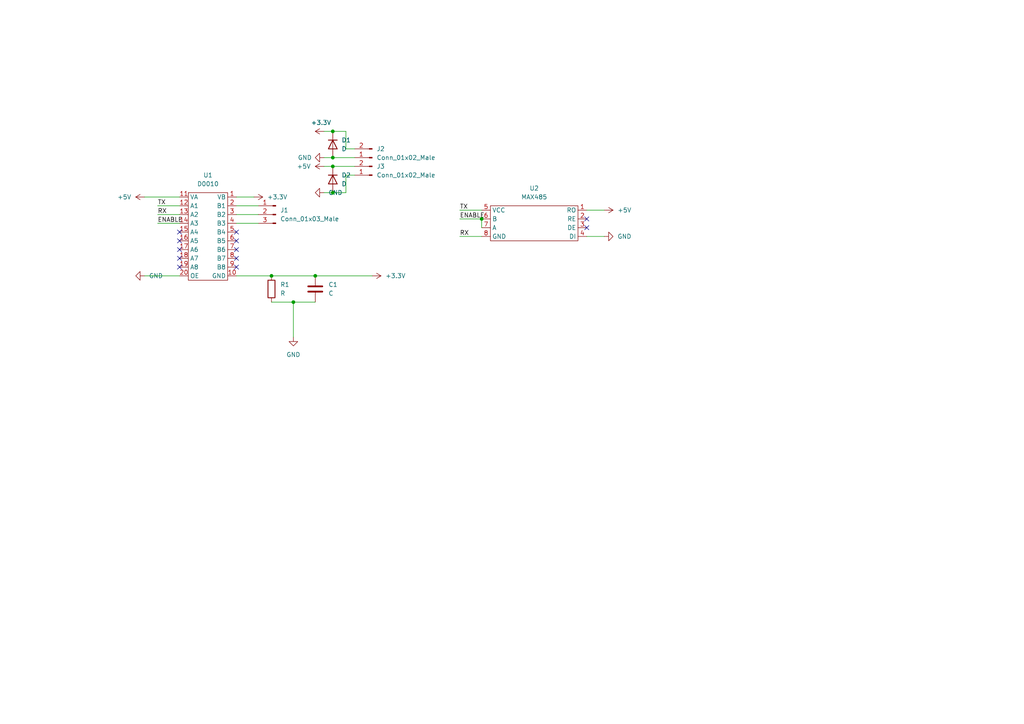
<source format=kicad_sch>
(kicad_sch (version 20211123) (generator eeschema)
  (paper "A4")
  (lib_symbols
    (symbol "Connector:Conn_01x02_Male" (pin_names (offset 1.016) hide)
      (property "Reference" "J" (at 0 2.54 0))
      (property "Value" "Conn_01x02_Male" (at 0 -5.08 0))
      (symbol "Conn_01x02_Male_1_1"
        (polyline (pts (xy 1.27 -2.54) (xy 0.8636 -2.54)) (stroke (width 0.1524)))
        (polyline (pts (xy 1.27 0) (xy 0.8636 0)) (stroke (width 0.1524)))
        (rectangle (start 0.8636 -2.413) (end 0 -2.667) (stroke (width 0.1524)) (fill (type outline)))
        (rectangle (start 0.8636 0.127) (end 0 -0.127) (stroke (width 0.1524)) (fill (type outline)))
        (pin passive line (at 5.08 0 180) (length 3.81) (name "Pin_1") (number "1"))
        (pin passive line (at 5.08 -2.54 180) (length 3.81) (name "Pin_2") (number "2"))
      )
    )
    (symbol "Connector:Conn_01x03_Male" (pin_names (offset 1.016) hide)
      (property "Reference" "J" (at 0 5.08 0))
      (property "Value" "Conn_01x03_Male" (at 0 -5.08 0))
      (symbol "Conn_01x03_Male_1_1"
        (polyline (pts (xy 1.27 -2.54) (xy 0.8636 -2.54)) (stroke (width 0.1524)))
        (polyline (pts (xy 1.27 0) (xy 0.8636 0)) (stroke (width 0.1524)))
        (polyline (pts (xy 1.27 2.54) (xy 0.8636 2.54)) (stroke (width 0.1524)))
        (rectangle (start 0.8636 -2.413) (end 0 -2.667) (stroke (width 0.1524)) (fill (type outline)))
        (rectangle (start 0.8636 0.127) (end 0 -0.127) (stroke (width 0.1524)) (fill (type outline)))
        (rectangle (start 0.8636 2.667) (end 0 2.413) (stroke (width 0.1524)) (fill (type outline)))
        (pin passive line (at 5.08 2.54 180) (length 3.81) (name "Pin_1") (number "1"))
        (pin passive line (at 5.08 0 180) (length 3.81) (name "Pin_2") (number "2"))
        (pin passive line (at 5.08 -2.54 180) (length 3.81) (name "Pin_3") (number "3"))
      )
    )
    (symbol "Device:C" (pin_numbers hide) (pin_names (offset 0.254))
      (property "Reference" "C" (at 0.635 2.54 0))
      (property "Value" "C" (at 0.635 -2.54 0))
      (symbol "C_0_1"
        (polyline (pts (xy -2.032 -0.762) (xy 2.032 -0.762)) (stroke (width 0.508)))
        (polyline (pts (xy -2.032 0.762) (xy 2.032 0.762)) (stroke (width 0.508)))
      )
      (symbol "C_1_1"
        (pin passive line (at 0 3.81 270) (length 2.794) (name "~") (number "1"))
        (pin passive line (at 0 -3.81 90) (length 2.794) (name "~") (number "2"))
      )
    )
    (symbol "Device:D" (pin_numbers hide) (pin_names (offset 1.016) hide)
      (property "Reference" "D" (at 0 2.54 0))
      (property "Value" "D" (at 0 -2.54 0))
      (symbol "D_0_1"
        (polyline (pts (xy -1.27 1.27) (xy -1.27 -1.27)) (stroke (width 0.254)))
        (polyline (pts (xy 1.27 0) (xy -1.27 0)))
        (polyline (pts (xy 1.27 1.27) (xy 1.27 -1.27) (xy -1.27 0) (xy 1.27 1.27)) (stroke (width 0.254)))
      )
      (symbol "D_1_1"
        (pin passive line (at -3.81 0 0) (length 2.54) (name "K") (number "1"))
        (pin passive line (at 3.81 0 180) (length 2.54) (name "A") (number "2"))
      )
    )
    (symbol "Device:R" (pin_numbers hide) (pin_names (offset 0))
      (property "Reference" "R" (at 2.032 0 90))
      (property "Value" "R" (at 0 0 90))
      (symbol "R_0_1"
        (rectangle (start -1.016 -2.54) (end 1.016 2.54) (stroke (width 0.254)))
      )
      (symbol "R_1_1"
        (pin passive line (at 0 3.81 270) (length 1.27) (name "~") (number "1"))
        (pin passive line (at 0 -3.81 90) (length 1.27) (name "~") (number "2"))
      )
    )
    (symbol "custom:D0010"
      (property "Reference" "U" (at 0 0 0))
      (property "Value" "D0010" (at 0 -1.27 0))
      (symbol "D0010_0_1"
        (rectangle (start -7.62 -2.54) (end 3.81 -27.94))
      )
      (symbol "D0010_1_1"
        (pin input line (at -10.16 -3.81 0) (length 2.54) (name "VB") (number "1"))
        (pin input line (at -10.16 -26.67 0) (length 2.54) (name "GND") (number "10"))
        (pin input line (at 6.35 -3.81 180) (length 2.54) (name "VA") (number "11"))
        (pin input line (at 6.35 -6.35 180) (length 2.54) (name "A1") (number "12"))
        (pin input line (at 6.35 -8.89 180) (length 2.54) (name "A2") (number "13"))
        (pin input line (at 6.35 -11.43 180) (length 2.54) (name "A3") (number "14"))
        (pin input line (at 6.35 -13.97 180) (length 2.54) (name "A4") (number "15"))
        (pin input line (at 6.35 -16.51 180) (length 2.54) (name "A5") (number "16"))
        (pin input line (at 6.35 -19.05 180) (length 2.54) (name "A6") (number "17"))
        (pin input line (at 6.35 -21.59 180) (length 2.54) (name "A7") (number "18"))
        (pin input line (at 6.35 -24.13 180) (length 2.54) (name "A8") (number "19"))
        (pin input line (at -10.16 -6.35 0) (length 2.54) (name "B1") (number "2"))
        (pin input line (at 6.35 -26.67 180) (length 2.54) (name "OE") (number "20"))
        (pin input line (at -10.16 -8.89 0) (length 2.54) (name "B2") (number "3"))
        (pin input line (at -10.16 -11.43 0) (length 2.54) (name "B3") (number "4"))
        (pin input line (at -10.16 -13.97 0) (length 2.54) (name "B4") (number "5"))
        (pin input line (at -10.16 -16.51 0) (length 2.54) (name "B5") (number "6"))
        (pin input line (at -10.16 -19.05 0) (length 2.54) (name "B6") (number "7"))
        (pin input line (at -10.16 -21.59 0) (length 2.54) (name "B7") (number "8"))
        (pin input line (at -10.16 -24.13 0) (length 2.54) (name "B8") (number "9"))
      )
    )
    (symbol "custom:MAX485"
      (property "Reference" "U" (at 0 0 0))
      (property "Value" "MAX485" (at 0 -2.54 0))
      (symbol "MAX485_0_1"
        (rectangle (start -11.43 -3.81) (end 13.97 -13.97))
      )
      (symbol "MAX485_1_1"
        (pin input line (at -13.97 -5.08 0) (length 2.54) (name "RO") (number "1"))
        (pin input line (at -13.97 -7.62 0) (length 2.54) (name "RE") (number "2"))
        (pin input line (at -13.97 -10.16 0) (length 2.54) (name "DE") (number "3"))
        (pin input line (at -13.97 -12.7 0) (length 2.54) (name "DI") (number "4"))
        (pin input line (at 16.51 -5.08 180) (length 2.54) (name "VCC") (number "5"))
        (pin input line (at 16.51 -7.62 180) (length 2.54) (name "B") (number "6"))
        (pin input line (at 16.51 -10.16 180) (length 2.54) (name "A") (number "7"))
        (pin input line (at 16.51 -12.7 180) (length 2.54) (name "GND") (number "8"))
      )
    )
    (symbol "power:+3.3V" (power) (pin_names (offset 0))
      (property "Value" "+3.3V" (at 0 3.556 0))
      (symbol "+3.3V_0_1"
        (polyline (pts (xy -0.762 1.27) (xy 0 2.54)))
        (polyline (pts (xy 0 0) (xy 0 2.54)))
        (polyline (pts (xy 0 2.54) (xy 0.762 1.27)))
      )
      (symbol "+3.3V_1_1"
        (pin power_in line (at 0 0 90) (length 0) hide (name "+3.3V") (number "1"))
      )
    )
    (symbol "power:+5V" (power) (pin_names (offset 0))
      (property "Value" "+5V" (at 0 3.556 0))
      (symbol "+5V_0_1"
        (polyline (pts (xy -0.762 1.27) (xy 0 2.54)))
        (polyline (pts (xy 0 0) (xy 0 2.54)))
        (polyline (pts (xy 0 2.54) (xy 0.762 1.27)))
      )
      (symbol "+5V_1_1"
        (pin power_in line (at 0 0 90) (length 0) hide (name "+5V") (number "1"))
      )
    )
    (symbol "power:GND" (power) (pin_names (offset 0))
      (property "Value" "GND" (at 0 -3.81 0))
      (symbol "GND_0_1"
        (polyline (pts (xy 0 0) (xy 0 -1.27) (xy 1.27 -1.27) (xy 0 -2.54) (xy -1.27 -1.27) (xy 0 -1.27)))
      )
      (symbol "GND_1_1"
        (pin power_in line (at 0 0 270) (length 0) hide (name "GND") (number "1"))
      )
    )
  )
  (junction (at 96.52 48.26))
  (junction (at 96.52 45.72))
  (junction (at 96.52 55.88))
  (junction (at 91.44 80.01))
  (junction (at 85.09 87.63))
  (junction (at 139.7 63.5))
  (junction (at 96.52 38.1))
  (junction (at 78.74 80.01))
  (no_connect (at 68.58 67.31))
  (no_connect (at 170.18 66.04))
  (no_connect (at 52.07 67.31))
  (no_connect (at 52.07 69.85))
  (no_connect (at 52.07 72.39))
  (no_connect (at 52.07 74.93))
  (no_connect (at 52.07 77.47))
  (no_connect (at 68.58 77.47))
  (no_connect (at 68.58 72.39))
  (no_connect (at 68.58 69.85))
  (no_connect (at 68.58 74.93))
  (no_connect (at 170.18 63.5))
  (wire (pts (xy 100.33 43.18) (xy 100.33 38.1)))
  (wire (pts (xy 96.52 48.26) (xy 102.87 48.26)))
  (wire (pts (xy 93.98 55.88) (xy 96.52 55.88)))
  (wire (pts (xy 93.98 45.72) (xy 96.52 45.72)))
  (wire (pts (xy 139.7 63.5) (xy 139.7 66.04)))
  (wire (pts (xy 93.98 48.26) (xy 96.52 48.26)))
  (wire (pts (xy 133.35 60.96) (xy 139.7 60.96)))
  (wire (pts (xy 96.52 45.72) (xy 102.87 45.72)))
  (wire (pts (xy 100.33 50.8) (xy 102.87 50.8)))
  (wire (pts (xy 100.33 43.18) (xy 102.87 43.18)))
  (wire (pts (xy 100.33 55.88) (xy 96.52 55.88)))
  (wire (pts (xy 41.91 57.15) (xy 52.07 57.15)))
  (wire (pts (xy 41.91 80.01) (xy 52.07 80.01)))
  (wire (pts (xy 78.74 80.01) (xy 91.44 80.01)))
  (wire (pts (xy 85.09 97.79) (xy 85.09 87.63)))
  (wire (pts (xy 170.18 60.96) (xy 175.26 60.96)))
  (wire (pts (xy 133.35 63.5) (xy 139.7 63.5)))
  (wire (pts (xy 85.09 87.63) (xy 91.44 87.63)))
  (wire (pts (xy 133.35 68.58) (xy 139.7 68.58)))
  (wire (pts (xy 68.58 64.77) (xy 74.93 64.77)))
  (wire (pts (xy 68.58 80.01) (xy 78.74 80.01)))
  (wire (pts (xy 68.58 59.69) (xy 74.93 59.69)))
  (wire (pts (xy 100.33 50.8) (xy 100.33 55.88)))
  (wire (pts (xy 68.58 57.15) (xy 73.66 57.15)))
  (wire (pts (xy 45.72 59.69) (xy 52.07 59.69)))
  (wire (pts (xy 45.72 64.77) (xy 52.07 64.77)))
  (wire (pts (xy 170.18 68.58) (xy 175.26 68.58)))
  (wire (pts (xy 93.98 38.1) (xy 96.52 38.1)))
  (wire (pts (xy 45.72 62.23) (xy 52.07 62.23)))
  (wire (pts (xy 100.33 38.1) (xy 96.52 38.1)))
  (wire (pts (xy 68.58 62.23) (xy 74.93 62.23)))
  (wire (pts (xy 91.44 80.01) (xy 107.95 80.01)))
  (wire (pts (xy 85.09 87.63) (xy 78.74 87.63)))
  (label "TX" (at 45.72 59.69 0))
  (label "TX" (at 133.35 60.96 0))
  (label "RX" (at 133.35 68.58 0))
  (label "ENABLE" (at 133.35 63.5 0))
  (label "ENABLE" (at 45.72 64.77 0))
  (label "RX" (at 45.72 62.23 0))
  (symbol (lib_id "Device:C") (at 91.44 83.82 0) (unit 1)
    (property "Reference" "C1" (at 95.25 82.5499 0) (effects (justify left)))
    (property "Value" "C" (at 95.25 85.0899 0) (effects (justify left)))
    (property "Footprint" "Capacitor_THT:CP_Radial_D10.0mm_P5.00mm" (effects hide))
  )
  (symbol (lib_id "power:GND") (at 41.91 80.01 270) (unit 1)
    (property "Reference" "#PWR02" (effects hide))
    (property "Value" "GND" (at 43.18 80.0099 90) (effects (justify left)))
  )
  (symbol (lib_id "power:+5V") (at 93.98 48.26 90) (unit 1)
    (property "Reference" "#PWR07" (effects hide))
    (property "Value" "+5V" (at 90.17 48.2599 90) (effects (justify left)))
  )
  (symbol (lib_id "Connector:Conn_01x03_Male") (at 80.01 62.23 0) (mirror y) (unit 1)
    (property "Reference" "J1" (at 81.28 60.9599 0) (effects (justify right)))
    (property "Value" "Conn_01x03_Male" (at 81.28 63.4999 0) (effects (justify right)))
    (property "Footprint" "Connector_PinHeader_2.54mm:PinHeader_1x03_P2.54mm_Vertical" (effects hide))
  )
  (symbol (lib_id "power:+3.3V") (at 73.66 57.15 270) (unit 1)
    (property "Reference" "#PWR03" (effects hide))
    (property "Value" "+3.3V" (at 77.47 57.1499 90) (effects (justify left)))
  )
  (symbol (lib_id "custom:D0010") (at 58.42 53.34 0) (mirror y) (unit 1)
    (property "Reference" "U1" (at 60.325 50.8 0))
    (property "Value" "D0010" (at 60.325 53.34 0))
    (property "Footprint" "custom:D0010" (effects hide))
  )
  (symbol (lib_id "power:+3.3V") (at 93.98 38.1 90) (unit 1)
    (property "Reference" "#PWR05" (effects hide))
    (property "Value" "+3.3V" (at 90.17 35.56 90) (effects (justify right)))
  )
  (symbol (lib_id "custom:MAX485") (at 156.21 55.88 0) (mirror y) (unit 1)
    (property "Reference" "U2" (at 154.94 54.61 0))
    (property "Value" "MAX485" (at 154.94 57.15 0))
    (property "Footprint" "custom:MAX485" (effects hide))
  )
  (symbol (lib_id "power:+5V") (at 41.91 57.15 90) (unit 1)
    (property "Reference" "#PWR01" (effects hide))
    (property "Value" "+5V" (at 38.1 57.1499 90) (effects (justify left)))
  )
  (symbol (lib_id "Connector:Conn_01x02_Male") (at 107.95 50.8 180) (unit 1)
    (property "Reference" "J3" (at 109.22 48.2599 0) (effects (justify right)))
    (property "Value" "Conn_01x02_Male" (at 109.22 50.7999 0) (effects (justify right)))
    (property "Footprint" "Connector_PinHeader_2.54mm:PinHeader_1x02_P2.54mm_Vertical" (effects hide))
  )
  (symbol (lib_id "Connector:Conn_01x02_Male") (at 107.95 45.72 180) (unit 1)
    (property "Reference" "J2" (at 109.22 43.1799 0) (effects (justify right)))
    (property "Value" "Conn_01x02_Male" (at 109.22 45.7199 0) (effects (justify right)))
    (property "Footprint" "Connector_PinHeader_2.54mm:PinHeader_1x02_P2.54mm_Vertical" (effects hide))
  )
  (symbol (lib_id "Device:R") (at 78.74 83.82 0) (unit 1)
    (property "Reference" "R1" (at 81.28 82.5499 0) (effects (justify left)))
    (property "Value" "R" (at 81.28 85.0899 0) (effects (justify left)))
    (property "Footprint" "Resistor_THT:R_Axial_DIN0411_L9.9mm_D3.6mm_P12.70mm_Horizontal" (effects hide))
  )
  (symbol (lib_id "power:GND") (at 93.98 45.72 270) (unit 1)
    (property "Reference" "#PWR06" (effects hide))
    (property "Value" "GND" (at 86.36 45.72 90) (effects (justify left)))
  )
  (symbol (lib_id "power:+5V") (at 175.26 60.96 270) (unit 1)
    (property "Reference" "#PWR010" (effects hide))
    (property "Value" "+5V" (at 179.07 60.9599 90) (effects (justify left)))
  )
  (symbol (lib_id "power:+3.3V") (at 107.95 80.01 270) (unit 1)
    (property "Reference" "#PWR09" (effects hide))
    (property "Value" "+3.3V" (at 111.76 80.0099 90) (effects (justify left)))
  )
  (symbol (lib_id "Device:D") (at 96.52 41.91 270) (unit 1)
    (property "Reference" "D1" (at 99.06 40.6399 90) (effects (justify left)))
    (property "Value" "D" (at 99.06 43.1799 90) (effects (justify left)))
    (property "Footprint" "Diode_THT:D_A-405_P7.62mm_Horizontal" (effects hide))
  )
  (symbol (lib_id "power:GND") (at 85.09 97.79 0) (unit 1)
    (property "Reference" "#PWR04" (effects hide))
    (property "Value" "GND" (at 85.09 102.87 0))
  )
  (symbol (lib_id "power:GND") (at 175.26 68.58 90) (unit 1)
    (property "Reference" "#PWR011" (effects hide))
    (property "Value" "GND" (at 179.07 68.5799 90) (effects (justify right)))
  )
  (symbol (lib_id "Device:D") (at 96.52 52.07 270) (unit 1)
    (property "Reference" "D2" (at 99.06 50.7999 90) (effects (justify left)))
    (property "Value" "D" (at 99.06 53.3399 90) (effects (justify left)))
    (property "Footprint" "Diode_THT:D_A-405_P7.62mm_Horizontal" (effects hide))
  )
  (symbol (lib_id "power:GND") (at 93.98 55.88 270) (unit 1)
    (property "Reference" "#PWR08" (effects hide))
    (property "Value" "GND" (at 95.25 55.8799 90) (effects (justify left)))
  )
)
</source>
